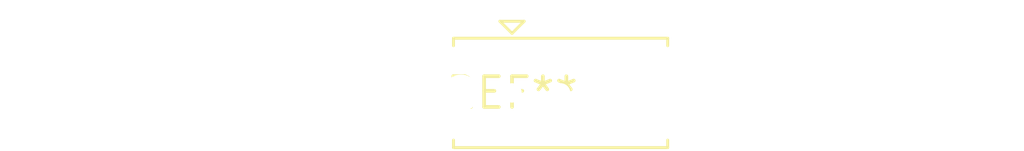
<source format=kicad_pcb>
(kicad_pcb (version 20240108) (generator pcbnew)
  (layers (0 "F.Cu" signal) (31 "B.Cu" signal) (34 "B.Paste" user) (35 "F.Paste" user) (36 "B.SilkS" user "B.Silkscreen") (37 "F.SilkS" user "F.Silkscreen") (38 "B.Mask" user) (39 "F.Mask" user) (44 "Edge.Cuts" user))
  (net 0 "")
  (footprint "SW_Slide_SPDT_Straight_CK_OS102011MS2Q" (layer "F.Cu") (at 0 0)
    (property "Reference" "REF**")
    (property "Value" "SW_Slide_SPDT_Straight_CK_OS102011MS2Q")
    (fp_line (start -2.41 -2.26) (end 6.41 -2.26) (layer "F.SilkS") (stroke (width 0.12)))
    (fp_line (start -2.41 -1.95) (end -2.41 -2.26) (layer "F.SilkS") (stroke (width 0.12)))
    (fp_line (start -2.41 2.26) (end -2.41 1.95) (layer "F.SilkS") (stroke (width 0.12)))
    (fp_line (start -0.5 -2.96) (end 0 -2.46) (layer "F.SilkS") (stroke (width 0.12)))
    (fp_line (start 0 -2.46) (end 0.5 -2.96) (layer "F.SilkS") (stroke (width 0.12)))
    (fp_line (start 0.5 -2.96) (end -0.5 -2.96) (layer "F.SilkS") (stroke (width 0.12)))
    (fp_line (start 6.41 -2.26) (end 6.41 -1.95) (layer "F.SilkS") (stroke (width 0.12)))
    (fp_line (start 6.41 2.26) (end -2.41 2.26) (layer "F.SilkS") (stroke (width 0.12)))
    (fp_line (start 6.41 2.26) (end 6.41 1.95) (layer "F.SilkS") (stroke (width 0.12)))
    (pad "" thru_hole oval (at -2.1 0) (size 2.2 3.5) (drill 1.5) (layers *.Cu *.Mask) (remove_unused_layers))
    (pad "" thru_hole oval (at 6.1 0) (size 2.2 3.5) (drill 1.5) (layers *.Cu *.Mask) (remove_unused_layers))
    (pad "1" thru_hole rect (at 0 0) (size 1.5 2.5) (drill 0.8) (layers *.Cu *.Mask) (remove_unused_layers))
    (pad "2" thru_hole oval (at 2 0) (size 1.5 2.5) (drill 0.8) (layers *.Cu *.Mask) (remove_unused_layers))
    (pad "3" thru_hole oval (at 4 0) (size 1.5 2.5) (drill 0.8) (layers *.Cu *.Mask) (remove_unused_layers))
  )
)
</source>
